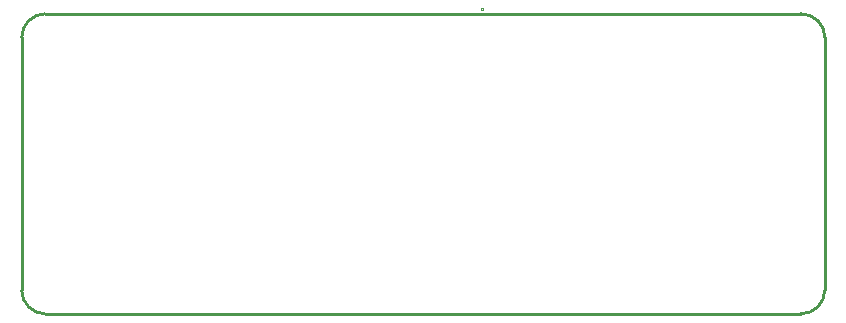
<source format=gko>
G04 Layer: BoardOutlineLayer*
G04 EasyEDA Pro v2.2.34.8, 2025-03-03 01:04:46*
G04 Gerber Generator version 0.3*
G04 Scale: 100 percent, Rotated: No, Reflected: No*
G04 Dimensions in millimeters*
G04 Leading zeros omitted, absolute positions, 4 integers and 5 decimals*
%FSLAX45Y45*%
%MOMM*%
%ADD10C,0.254*%
%ADD11C,0.0254*%
G75*


G04 PolygonModel Start*
G54D10*
G01X200000Y0D02*
G02X0Y200000I0J200000D01*
G01X0Y2340000D01*
G02X200000Y2540000I200000J0D01*
G01X200000Y2540000D01*
G01X6600000Y2540000D01*
G01X6600000Y2540000D01*
G02X6800000Y2340000I0J-200000D01*
G01X6800000Y200000D01*
G02X6600000Y0I-200000J0D01*
G01X200000Y0D01*

G04 Rect Start*
G54D11*
G01X3890002Y2570001D02*
G01X3890002Y2590001D01*
G01X3910002Y2590001D01*
G01X3910002Y2570001D01*
G01X3890002Y2570001D01*
G04 Rect End*

M02*


</source>
